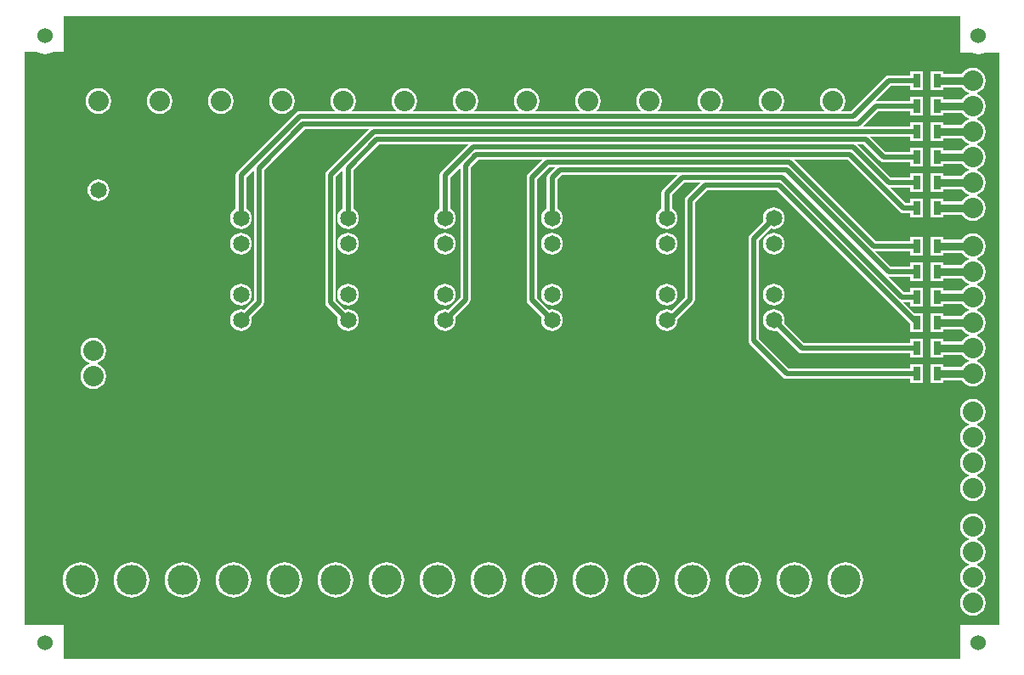
<source format=gbl>
G04 Layer_Physical_Order=2*
G04 Layer_Color=16711680*
%FSLAX25Y25*%
%MOIN*%
G70*
G01*
G75*
%ADD18R,0.03150X0.05512*%
%ADD20C,0.02000*%
%ADD21C,0.03000*%
%ADD26C,0.06500*%
%ADD27C,0.08000*%
%ADD28C,0.11811*%
%ADD29C,0.06000*%
%ADD30C,0.05000*%
G36*
X477000Y458000D02*
X481471Y458000D01*
X481521Y457973D01*
X482860Y457567D01*
X484252Y457430D01*
X485644Y457567D01*
X486983Y457973D01*
X487033Y458000D01*
X492500Y458000D01*
Y233515D01*
X484252D01*
X484252Y233515D01*
X484252Y233515D01*
X477000D01*
X477000Y220000D01*
X125500D01*
Y233500D01*
X125485Y233515D01*
X110000D01*
Y458189D01*
X114976D01*
X115379Y457973D01*
X116718Y457567D01*
X118110Y457430D01*
X119502Y457567D01*
X120841Y457973D01*
X121245Y458189D01*
X125500D01*
X125484Y472500D01*
X477000D01*
X477000Y458000D01*
D02*
G37*
%LPC*%
G36*
X372000Y257939D02*
X370646Y257806D01*
X369345Y257411D01*
X368145Y256769D01*
X367093Y255907D01*
X366231Y254855D01*
X365589Y253655D01*
X365194Y252354D01*
X365061Y251000D01*
X365194Y249646D01*
X365589Y248345D01*
X366231Y247145D01*
X367093Y246093D01*
X368145Y245231D01*
X369345Y244589D01*
X370646Y244194D01*
X372000Y244061D01*
X373354Y244194D01*
X374655Y244589D01*
X375855Y245231D01*
X376907Y246093D01*
X377769Y247145D01*
X378411Y248345D01*
X378806Y249646D01*
X378939Y251000D01*
X378806Y252354D01*
X378411Y253655D01*
X377769Y254855D01*
X376907Y255907D01*
X375855Y256769D01*
X374655Y257411D01*
X373354Y257806D01*
X372000Y257939D01*
D02*
G37*
G36*
X392000D02*
X390646Y257806D01*
X389345Y257411D01*
X388145Y256769D01*
X387093Y255907D01*
X386230Y254855D01*
X385589Y253655D01*
X385194Y252354D01*
X385061Y251000D01*
X385194Y249646D01*
X385589Y248345D01*
X386230Y247145D01*
X387093Y246093D01*
X388145Y245231D01*
X389345Y244589D01*
X390646Y244194D01*
X392000Y244061D01*
X393354Y244194D01*
X394655Y244589D01*
X395855Y245231D01*
X396907Y246093D01*
X397769Y247145D01*
X398411Y248345D01*
X398806Y249646D01*
X398939Y251000D01*
X398806Y252354D01*
X398411Y253655D01*
X397769Y254855D01*
X396907Y255907D01*
X395855Y256769D01*
X394655Y257411D01*
X393354Y257806D01*
X392000Y257939D01*
D02*
G37*
G36*
X352000D02*
X350646Y257806D01*
X349345Y257411D01*
X348145Y256769D01*
X347093Y255907D01*
X346231Y254855D01*
X345589Y253655D01*
X345194Y252354D01*
X345061Y251000D01*
X345194Y249646D01*
X345589Y248345D01*
X346231Y247145D01*
X347093Y246093D01*
X348145Y245231D01*
X349345Y244589D01*
X350646Y244194D01*
X352000Y244061D01*
X353354Y244194D01*
X354655Y244589D01*
X355855Y245231D01*
X356907Y246093D01*
X357769Y247145D01*
X358411Y248345D01*
X358806Y249646D01*
X358939Y251000D01*
X358806Y252354D01*
X358411Y253655D01*
X357769Y254855D01*
X356907Y255907D01*
X355855Y256769D01*
X354655Y257411D01*
X353354Y257806D01*
X352000Y257939D01*
D02*
G37*
G36*
X312000D02*
X310646Y257806D01*
X309345Y257411D01*
X308145Y256769D01*
X307093Y255907D01*
X306230Y254855D01*
X305589Y253655D01*
X305194Y252354D01*
X305061Y251000D01*
X305194Y249646D01*
X305589Y248345D01*
X306230Y247145D01*
X307093Y246093D01*
X308145Y245231D01*
X309345Y244589D01*
X310646Y244194D01*
X312000Y244061D01*
X313354Y244194D01*
X314655Y244589D01*
X315855Y245231D01*
X316907Y246093D01*
X317770Y247145D01*
X318411Y248345D01*
X318806Y249646D01*
X318939Y251000D01*
X318806Y252354D01*
X318411Y253655D01*
X317770Y254855D01*
X316907Y255907D01*
X315855Y256769D01*
X314655Y257411D01*
X313354Y257806D01*
X312000Y257939D01*
D02*
G37*
G36*
X332000D02*
X330646Y257806D01*
X329345Y257411D01*
X328145Y256769D01*
X327093Y255907D01*
X326231Y254855D01*
X325589Y253655D01*
X325194Y252354D01*
X325061Y251000D01*
X325194Y249646D01*
X325589Y248345D01*
X326231Y247145D01*
X327093Y246093D01*
X328145Y245231D01*
X329345Y244589D01*
X330646Y244194D01*
X332000Y244061D01*
X333354Y244194D01*
X334655Y244589D01*
X335855Y245231D01*
X336907Y246093D01*
X337770Y247145D01*
X338411Y248345D01*
X338806Y249646D01*
X338939Y251000D01*
X338806Y252354D01*
X338411Y253655D01*
X337770Y254855D01*
X336907Y255907D01*
X335855Y256769D01*
X334655Y257411D01*
X333354Y257806D01*
X332000Y257939D01*
D02*
G37*
G36*
X137000Y346043D02*
X135695Y345871D01*
X134478Y345368D01*
X133434Y344566D01*
X132633Y343522D01*
X132129Y342305D01*
X131957Y341000D01*
X132129Y339695D01*
X132633Y338478D01*
X133434Y337434D01*
X134478Y336632D01*
X135695Y336129D01*
X136672Y336000D01*
X135695Y335871D01*
X134478Y335367D01*
X133434Y334566D01*
X132633Y333522D01*
X132129Y332305D01*
X131957Y331000D01*
X132129Y329695D01*
X132633Y328478D01*
X133434Y327434D01*
X134478Y326632D01*
X135695Y326129D01*
X137000Y325957D01*
X138305Y326129D01*
X139522Y326632D01*
X140566Y327434D01*
X141367Y328478D01*
X141871Y329695D01*
X142043Y331000D01*
X141871Y332305D01*
X141367Y333522D01*
X140566Y334566D01*
X139522Y335367D01*
X138305Y335871D01*
X137328Y336000D01*
X138305Y336129D01*
X139522Y336632D01*
X140566Y337434D01*
X141367Y338478D01*
X141871Y339695D01*
X142043Y341000D01*
X141871Y342305D01*
X141367Y343522D01*
X140566Y344566D01*
X139522Y345368D01*
X138305Y345871D01*
X137000Y346043D01*
D02*
G37*
G36*
X403949Y357287D02*
X402839Y357141D01*
X401805Y356712D01*
X400918Y356031D01*
X400237Y355143D01*
X399808Y354110D01*
X399662Y353000D01*
X399808Y351890D01*
X400237Y350857D01*
X400918Y349969D01*
X401805Y349288D01*
X402839Y348859D01*
X403949Y348713D01*
X405058Y348859D01*
X405162Y348903D01*
X413507Y340558D01*
X414169Y340116D01*
X414949Y339961D01*
X457425D01*
Y338244D01*
X462575D01*
Y345756D01*
X457425D01*
Y344039D01*
X415794D01*
X408046Y351786D01*
X408089Y351890D01*
X408236Y353000D01*
X408089Y354110D01*
X407661Y355143D01*
X406980Y356031D01*
X406092Y356712D01*
X405058Y357141D01*
X403949Y357287D01*
D02*
G37*
G36*
X482000Y322043D02*
X480695Y321871D01*
X479478Y321368D01*
X478434Y320566D01*
X477633Y319522D01*
X477129Y318305D01*
X476957Y317000D01*
X477129Y315695D01*
X477633Y314478D01*
X478434Y313434D01*
X479478Y312632D01*
X480695Y312129D01*
X481672Y312000D01*
X480695Y311871D01*
X479478Y311368D01*
X478434Y310566D01*
X477633Y309522D01*
X477129Y308305D01*
X476957Y307000D01*
X477129Y305695D01*
X477633Y304478D01*
X478434Y303434D01*
X479478Y302632D01*
X480695Y302129D01*
X481672Y302000D01*
X480695Y301871D01*
X479478Y301367D01*
X478434Y300566D01*
X477633Y299522D01*
X477129Y298305D01*
X476957Y297000D01*
X477129Y295695D01*
X477633Y294478D01*
X478434Y293434D01*
X479478Y292633D01*
X480695Y292129D01*
X481672Y292000D01*
X480695Y291871D01*
X479478Y291368D01*
X478434Y290566D01*
X477633Y289522D01*
X477129Y288305D01*
X476957Y287000D01*
X477129Y285695D01*
X477633Y284478D01*
X478434Y283434D01*
X479478Y282632D01*
X480695Y282129D01*
X482000Y281957D01*
X483305Y282129D01*
X484522Y282632D01*
X485566Y283434D01*
X486368Y284478D01*
X486871Y285695D01*
X487043Y287000D01*
X486871Y288305D01*
X486368Y289522D01*
X485566Y290566D01*
X484522Y291368D01*
X483305Y291871D01*
X482328Y292000D01*
X483305Y292129D01*
X484522Y292633D01*
X485566Y293434D01*
X486368Y294478D01*
X486871Y295695D01*
X487043Y297000D01*
X486871Y298305D01*
X486368Y299522D01*
X485566Y300566D01*
X484522Y301367D01*
X483305Y301871D01*
X482328Y302000D01*
X483305Y302129D01*
X484522Y302632D01*
X485566Y303434D01*
X486368Y304478D01*
X486871Y305695D01*
X487043Y307000D01*
X486871Y308305D01*
X486368Y309522D01*
X485566Y310566D01*
X484522Y311368D01*
X483305Y311871D01*
X482328Y312000D01*
X483305Y312129D01*
X484522Y312632D01*
X485566Y313434D01*
X486368Y314478D01*
X486871Y315695D01*
X487043Y317000D01*
X486871Y318305D01*
X486368Y319522D01*
X485566Y320566D01*
X484522Y321368D01*
X483305Y321871D01*
X482000Y322043D01*
D02*
G37*
G36*
X412000Y257939D02*
X410646Y257806D01*
X409345Y257411D01*
X408145Y256769D01*
X407093Y255907D01*
X406230Y254855D01*
X405589Y253655D01*
X405194Y252354D01*
X405061Y251000D01*
X405194Y249646D01*
X405589Y248345D01*
X406230Y247145D01*
X407093Y246093D01*
X408145Y245231D01*
X409345Y244589D01*
X410646Y244194D01*
X412000Y244061D01*
X413354Y244194D01*
X414655Y244589D01*
X415855Y245231D01*
X416907Y246093D01*
X417769Y247145D01*
X418411Y248345D01*
X418806Y249646D01*
X418939Y251000D01*
X418806Y252354D01*
X418411Y253655D01*
X417769Y254855D01*
X416907Y255907D01*
X415855Y256769D01*
X414655Y257411D01*
X413354Y257806D01*
X412000Y257939D01*
D02*
G37*
G36*
X432000D02*
X430646Y257806D01*
X429345Y257411D01*
X428145Y256769D01*
X427093Y255907D01*
X426230Y254855D01*
X425589Y253655D01*
X425194Y252354D01*
X425061Y251000D01*
X425194Y249646D01*
X425589Y248345D01*
X426230Y247145D01*
X427093Y246093D01*
X428145Y245231D01*
X429345Y244589D01*
X430646Y244194D01*
X432000Y244061D01*
X433354Y244194D01*
X434655Y244589D01*
X435855Y245231D01*
X436907Y246093D01*
X437770Y247145D01*
X438411Y248345D01*
X438806Y249646D01*
X438939Y251000D01*
X438806Y252354D01*
X438411Y253655D01*
X437770Y254855D01*
X436907Y255907D01*
X435855Y256769D01*
X434655Y257411D01*
X433354Y257806D01*
X432000Y257939D01*
D02*
G37*
G36*
X172000D02*
X170646Y257806D01*
X169345Y257411D01*
X168145Y256769D01*
X167093Y255907D01*
X166230Y254855D01*
X165589Y253655D01*
X165194Y252354D01*
X165061Y251000D01*
X165194Y249646D01*
X165589Y248345D01*
X166230Y247145D01*
X167093Y246093D01*
X168145Y245231D01*
X169345Y244589D01*
X170646Y244194D01*
X172000Y244061D01*
X173354Y244194D01*
X174655Y244589D01*
X175855Y245231D01*
X176907Y246093D01*
X177769Y247145D01*
X178411Y248345D01*
X178806Y249646D01*
X178939Y251000D01*
X178806Y252354D01*
X178411Y253655D01*
X177769Y254855D01*
X176907Y255907D01*
X175855Y256769D01*
X174655Y257411D01*
X173354Y257806D01*
X172000Y257939D01*
D02*
G37*
G36*
X192000D02*
X190646Y257806D01*
X189345Y257411D01*
X188145Y256769D01*
X187093Y255907D01*
X186231Y254855D01*
X185589Y253655D01*
X185194Y252354D01*
X185061Y251000D01*
X185194Y249646D01*
X185589Y248345D01*
X186231Y247145D01*
X187093Y246093D01*
X188145Y245231D01*
X189345Y244589D01*
X190646Y244194D01*
X192000Y244061D01*
X193354Y244194D01*
X194655Y244589D01*
X195855Y245231D01*
X196907Y246093D01*
X197769Y247145D01*
X198411Y248345D01*
X198806Y249646D01*
X198939Y251000D01*
X198806Y252354D01*
X198411Y253655D01*
X197769Y254855D01*
X196907Y255907D01*
X195855Y256769D01*
X194655Y257411D01*
X193354Y257806D01*
X192000Y257939D01*
D02*
G37*
G36*
X152000D02*
X150646Y257806D01*
X149345Y257411D01*
X148145Y256769D01*
X147093Y255907D01*
X146230Y254855D01*
X145589Y253655D01*
X145194Y252354D01*
X145061Y251000D01*
X145194Y249646D01*
X145589Y248345D01*
X146230Y247145D01*
X147093Y246093D01*
X148145Y245231D01*
X149345Y244589D01*
X150646Y244194D01*
X152000Y244061D01*
X153354Y244194D01*
X154655Y244589D01*
X155855Y245231D01*
X156907Y246093D01*
X157770Y247145D01*
X158411Y248345D01*
X158806Y249646D01*
X158939Y251000D01*
X158806Y252354D01*
X158411Y253655D01*
X157770Y254855D01*
X156907Y255907D01*
X155855Y256769D01*
X154655Y257411D01*
X153354Y257806D01*
X152000Y257939D01*
D02*
G37*
G36*
X482000Y277043D02*
X480695Y276871D01*
X479478Y276367D01*
X478434Y275566D01*
X477633Y274522D01*
X477129Y273305D01*
X476957Y272000D01*
X477129Y270695D01*
X477633Y269478D01*
X478434Y268434D01*
X479478Y267633D01*
X480695Y267129D01*
X481672Y267000D01*
X480695Y266871D01*
X479478Y266368D01*
X478434Y265566D01*
X477633Y264522D01*
X477129Y263305D01*
X476957Y262000D01*
X477129Y260695D01*
X477633Y259478D01*
X478434Y258434D01*
X479478Y257632D01*
X480695Y257129D01*
X481672Y257000D01*
X480695Y256871D01*
X479478Y256367D01*
X478434Y255566D01*
X477633Y254522D01*
X477129Y253305D01*
X476957Y252000D01*
X477129Y250695D01*
X477633Y249478D01*
X478434Y248434D01*
X479478Y247633D01*
X480695Y247129D01*
X481672Y247000D01*
X480695Y246871D01*
X479478Y246368D01*
X478434Y245566D01*
X477633Y244522D01*
X477129Y243305D01*
X476957Y242000D01*
X477129Y240695D01*
X477633Y239478D01*
X478434Y238434D01*
X479478Y237632D01*
X480695Y237129D01*
X482000Y236957D01*
X483305Y237129D01*
X484522Y237632D01*
X485566Y238434D01*
X486368Y239478D01*
X486871Y240695D01*
X487043Y242000D01*
X486871Y243305D01*
X486368Y244522D01*
X485566Y245566D01*
X484522Y246368D01*
X483305Y246871D01*
X482328Y247000D01*
X483305Y247129D01*
X484522Y247633D01*
X485566Y248434D01*
X486368Y249478D01*
X486871Y250695D01*
X487043Y252000D01*
X486871Y253305D01*
X486368Y254522D01*
X485566Y255566D01*
X484522Y256367D01*
X483305Y256871D01*
X482328Y257000D01*
X483305Y257129D01*
X484522Y257632D01*
X485566Y258434D01*
X486368Y259478D01*
X486871Y260695D01*
X487043Y262000D01*
X486871Y263305D01*
X486368Y264522D01*
X485566Y265566D01*
X484522Y266368D01*
X483305Y266871D01*
X482328Y267000D01*
X483305Y267129D01*
X484522Y267633D01*
X485566Y268434D01*
X486368Y269478D01*
X486871Y270695D01*
X487043Y272000D01*
X486871Y273305D01*
X486368Y274522D01*
X485566Y275566D01*
X484522Y276367D01*
X483305Y276871D01*
X482000Y277043D01*
D02*
G37*
G36*
X132000Y257939D02*
X130646Y257806D01*
X129345Y257411D01*
X128145Y256769D01*
X127093Y255907D01*
X126231Y254855D01*
X125589Y253655D01*
X125194Y252354D01*
X125061Y251000D01*
X125194Y249646D01*
X125589Y248345D01*
X126231Y247145D01*
X127093Y246093D01*
X128145Y245231D01*
X129345Y244589D01*
X130646Y244194D01*
X132000Y244061D01*
X133354Y244194D01*
X134655Y244589D01*
X135855Y245231D01*
X136907Y246093D01*
X137769Y247145D01*
X138411Y248345D01*
X138806Y249646D01*
X138939Y251000D01*
X138806Y252354D01*
X138411Y253655D01*
X137769Y254855D01*
X136907Y255907D01*
X135855Y256769D01*
X134655Y257411D01*
X133354Y257806D01*
X132000Y257939D01*
D02*
G37*
G36*
X272000D02*
X270646Y257806D01*
X269345Y257411D01*
X268145Y256769D01*
X267093Y255907D01*
X266231Y254855D01*
X265589Y253655D01*
X265194Y252354D01*
X265061Y251000D01*
X265194Y249646D01*
X265589Y248345D01*
X266231Y247145D01*
X267093Y246093D01*
X268145Y245231D01*
X269345Y244589D01*
X270646Y244194D01*
X272000Y244061D01*
X273354Y244194D01*
X274655Y244589D01*
X275855Y245231D01*
X276907Y246093D01*
X277769Y247145D01*
X278411Y248345D01*
X278806Y249646D01*
X278939Y251000D01*
X278806Y252354D01*
X278411Y253655D01*
X277769Y254855D01*
X276907Y255907D01*
X275855Y256769D01*
X274655Y257411D01*
X273354Y257806D01*
X272000Y257939D01*
D02*
G37*
G36*
X292000D02*
X290646Y257806D01*
X289345Y257411D01*
X288145Y256769D01*
X287093Y255907D01*
X286230Y254855D01*
X285589Y253655D01*
X285194Y252354D01*
X285061Y251000D01*
X285194Y249646D01*
X285589Y248345D01*
X286230Y247145D01*
X287093Y246093D01*
X288145Y245231D01*
X289345Y244589D01*
X290646Y244194D01*
X292000Y244061D01*
X293354Y244194D01*
X294655Y244589D01*
X295855Y245231D01*
X296907Y246093D01*
X297769Y247145D01*
X298411Y248345D01*
X298806Y249646D01*
X298939Y251000D01*
X298806Y252354D01*
X298411Y253655D01*
X297769Y254855D01*
X296907Y255907D01*
X295855Y256769D01*
X294655Y257411D01*
X293354Y257806D01*
X292000Y257939D01*
D02*
G37*
G36*
X252000D02*
X250646Y257806D01*
X249345Y257411D01*
X248145Y256769D01*
X247093Y255907D01*
X246231Y254855D01*
X245589Y253655D01*
X245194Y252354D01*
X245061Y251000D01*
X245194Y249646D01*
X245589Y248345D01*
X246231Y247145D01*
X247093Y246093D01*
X248145Y245231D01*
X249345Y244589D01*
X250646Y244194D01*
X252000Y244061D01*
X253354Y244194D01*
X254655Y244589D01*
X255855Y245231D01*
X256907Y246093D01*
X257769Y247145D01*
X258411Y248345D01*
X258806Y249646D01*
X258939Y251000D01*
X258806Y252354D01*
X258411Y253655D01*
X257769Y254855D01*
X256907Y255907D01*
X255855Y256769D01*
X254655Y257411D01*
X253354Y257806D01*
X252000Y257939D01*
D02*
G37*
G36*
X212000D02*
X210646Y257806D01*
X209345Y257411D01*
X208145Y256769D01*
X207093Y255907D01*
X206230Y254855D01*
X205589Y253655D01*
X205194Y252354D01*
X205061Y251000D01*
X205194Y249646D01*
X205589Y248345D01*
X206230Y247145D01*
X207093Y246093D01*
X208145Y245231D01*
X209345Y244589D01*
X210646Y244194D01*
X212000Y244061D01*
X213354Y244194D01*
X214655Y244589D01*
X215855Y245231D01*
X216907Y246093D01*
X217770Y247145D01*
X218411Y248345D01*
X218806Y249646D01*
X218939Y251000D01*
X218806Y252354D01*
X218411Y253655D01*
X217770Y254855D01*
X216907Y255907D01*
X215855Y256769D01*
X214655Y257411D01*
X213354Y257806D01*
X212000Y257939D01*
D02*
G37*
G36*
X232000D02*
X230646Y257806D01*
X229345Y257411D01*
X228145Y256769D01*
X227093Y255907D01*
X226231Y254855D01*
X225589Y253655D01*
X225194Y252354D01*
X225061Y251000D01*
X225194Y249646D01*
X225589Y248345D01*
X226231Y247145D01*
X227093Y246093D01*
X228145Y245231D01*
X229345Y244589D01*
X230646Y244194D01*
X232000Y244061D01*
X233354Y244194D01*
X234655Y244589D01*
X235855Y245231D01*
X236907Y246093D01*
X237770Y247145D01*
X238411Y248345D01*
X238806Y249646D01*
X238939Y251000D01*
X238806Y252354D01*
X238411Y253655D01*
X237770Y254855D01*
X236907Y255907D01*
X235855Y256769D01*
X234655Y257411D01*
X233354Y257806D01*
X232000Y257939D01*
D02*
G37*
G36*
X194949Y367287D02*
X193839Y367141D01*
X192806Y366712D01*
X191918Y366031D01*
X191236Y365143D01*
X190808Y364109D01*
X190662Y363000D01*
X190808Y361891D01*
X191236Y360857D01*
X191918Y359969D01*
X192806Y359288D01*
X193839Y358859D01*
X194949Y358713D01*
X196058Y358859D01*
X197092Y359288D01*
X197980Y359969D01*
X198661Y360857D01*
X199089Y361891D01*
X199235Y363000D01*
X199089Y364109D01*
X198661Y365143D01*
X197980Y366031D01*
X197092Y366712D01*
X196058Y367141D01*
X194949Y367287D01*
D02*
G37*
G36*
X139000Y408287D02*
X137891Y408141D01*
X136857Y407712D01*
X135969Y407031D01*
X135288Y406143D01*
X134859Y405110D01*
X134713Y404000D01*
X134859Y402890D01*
X135288Y401857D01*
X135969Y400969D01*
X136857Y400288D01*
X137891Y399859D01*
X139000Y399713D01*
X140110Y399859D01*
X141143Y400288D01*
X142031Y400969D01*
X142712Y401857D01*
X143141Y402890D01*
X143287Y404000D01*
X143141Y405110D01*
X142712Y406143D01*
X142031Y407031D01*
X141143Y407712D01*
X140110Y408141D01*
X139000Y408287D01*
D02*
G37*
G36*
Y444043D02*
X137695Y443871D01*
X136478Y443367D01*
X135434Y442566D01*
X134633Y441522D01*
X134129Y440305D01*
X133957Y439000D01*
X134129Y437695D01*
X134633Y436478D01*
X135434Y435434D01*
X136478Y434632D01*
X137695Y434129D01*
X139000Y433957D01*
X140305Y434129D01*
X141522Y434632D01*
X142566Y435434D01*
X143368Y436478D01*
X143871Y437695D01*
X144043Y439000D01*
X143871Y440305D01*
X143368Y441522D01*
X142566Y442566D01*
X141522Y443367D01*
X140305Y443871D01*
X139000Y444043D01*
D02*
G37*
G36*
X403949Y397287D02*
X402839Y397141D01*
X401805Y396712D01*
X400918Y396031D01*
X400237Y395143D01*
X399808Y394110D01*
X399662Y393000D01*
X399808Y391891D01*
X399851Y391786D01*
X394558Y386493D01*
X394116Y385831D01*
X393961Y385051D01*
Y345000D01*
X394116Y344220D01*
X394558Y343558D01*
X407558Y330558D01*
X408220Y330116D01*
X409000Y329961D01*
X409000Y329961D01*
X457425D01*
Y328244D01*
X462575D01*
Y335756D01*
X457425D01*
Y334039D01*
X409845D01*
X398039Y345845D01*
Y384207D01*
X402735Y388902D01*
X402839Y388859D01*
X403949Y388713D01*
X405058Y388859D01*
X406092Y389288D01*
X406980Y389969D01*
X407661Y390857D01*
X408089Y391891D01*
X408236Y393000D01*
X408089Y394110D01*
X407661Y395143D01*
X406980Y396031D01*
X406092Y396712D01*
X405058Y397141D01*
X403949Y397287D01*
D02*
G37*
G36*
Y387287D02*
X402839Y387141D01*
X401805Y386712D01*
X400918Y386031D01*
X400237Y385143D01*
X399808Y384109D01*
X399662Y383000D01*
X399808Y381891D01*
X400237Y380857D01*
X400918Y379969D01*
X401805Y379288D01*
X402839Y378859D01*
X403949Y378713D01*
X405058Y378859D01*
X406092Y379288D01*
X406980Y379969D01*
X407661Y380857D01*
X408089Y381891D01*
X408236Y383000D01*
X408089Y384109D01*
X407661Y385143D01*
X406980Y386031D01*
X406092Y386712D01*
X405058Y387141D01*
X403949Y387287D01*
D02*
G37*
G36*
X482000Y387043D02*
X480695Y386871D01*
X479478Y386368D01*
X478434Y385566D01*
X477654Y384549D01*
X470575D01*
Y385756D01*
X465425D01*
Y378244D01*
X470575D01*
Y379451D01*
X477654D01*
X478434Y378434D01*
X479478Y377632D01*
X480695Y377129D01*
X481672Y377000D01*
X480695Y376871D01*
X479478Y376367D01*
X478434Y375566D01*
X477654Y374549D01*
X470575D01*
Y375756D01*
X465425D01*
Y368244D01*
X470575D01*
Y369451D01*
X477654D01*
X478434Y368434D01*
X479478Y367633D01*
X480695Y367129D01*
X481672Y367000D01*
X480695Y366871D01*
X479478Y366368D01*
X478434Y365566D01*
X477654Y364549D01*
X470575D01*
Y365756D01*
X465425D01*
Y358244D01*
X470575D01*
Y359451D01*
X477654D01*
X478434Y358434D01*
X479478Y357632D01*
X480695Y357129D01*
X481672Y357000D01*
X480695Y356871D01*
X479478Y356367D01*
X478434Y355566D01*
X477654Y354549D01*
X470575D01*
Y355756D01*
X465425D01*
Y348244D01*
X470575D01*
Y349451D01*
X477654D01*
X478434Y348434D01*
X479478Y347633D01*
X480695Y347129D01*
X481672Y347000D01*
X480695Y346871D01*
X479478Y346368D01*
X478434Y345566D01*
X477654Y344549D01*
X470575D01*
Y345756D01*
X465425D01*
Y338244D01*
X470575D01*
Y339451D01*
X477654D01*
X478434Y338434D01*
X479478Y337632D01*
X480695Y337129D01*
X481672Y337000D01*
X480695Y336871D01*
X479478Y336368D01*
X478434Y335566D01*
X477654Y334549D01*
X470575D01*
Y335756D01*
X465425D01*
Y328244D01*
X470575D01*
Y329451D01*
X477654D01*
X478434Y328434D01*
X479478Y327632D01*
X480695Y327129D01*
X482000Y326957D01*
X483305Y327129D01*
X484522Y327632D01*
X485566Y328434D01*
X486368Y329478D01*
X486871Y330695D01*
X487043Y332000D01*
X486871Y333305D01*
X486368Y334522D01*
X485566Y335566D01*
X484522Y336368D01*
X483305Y336871D01*
X482328Y337000D01*
X483305Y337129D01*
X484522Y337632D01*
X485566Y338434D01*
X486368Y339478D01*
X486871Y340695D01*
X487043Y342000D01*
X486871Y343305D01*
X486368Y344522D01*
X485566Y345566D01*
X484522Y346368D01*
X483305Y346871D01*
X482328Y347000D01*
X483305Y347129D01*
X484522Y347633D01*
X485566Y348434D01*
X486368Y349478D01*
X486871Y350695D01*
X487043Y352000D01*
X486871Y353305D01*
X486368Y354522D01*
X485566Y355566D01*
X484522Y356367D01*
X483305Y356871D01*
X482328Y357000D01*
X483305Y357129D01*
X484522Y357632D01*
X485566Y358434D01*
X486368Y359478D01*
X486871Y360695D01*
X487043Y362000D01*
X486871Y363305D01*
X486368Y364522D01*
X485566Y365566D01*
X484522Y366368D01*
X483305Y366871D01*
X482328Y367000D01*
X483305Y367129D01*
X484522Y367633D01*
X485566Y368434D01*
X486368Y369478D01*
X486871Y370695D01*
X487043Y372000D01*
X486871Y373305D01*
X486368Y374522D01*
X485566Y375566D01*
X484522Y376367D01*
X483305Y376871D01*
X482328Y377000D01*
X483305Y377129D01*
X484522Y377632D01*
X485566Y378434D01*
X486368Y379478D01*
X486871Y380695D01*
X487043Y382000D01*
X486871Y383305D01*
X486368Y384522D01*
X485566Y385566D01*
X484522Y386368D01*
X483305Y386871D01*
X482000Y387043D01*
D02*
G37*
G36*
X462575Y450756D02*
X457425D01*
Y449039D01*
X449000D01*
X448220Y448884D01*
X447558Y448442D01*
X434155Y435039D01*
X430052D01*
X430566Y435434D01*
X431367Y436478D01*
X431871Y437695D01*
X432043Y439000D01*
X431871Y440305D01*
X431367Y441522D01*
X430566Y442566D01*
X429522Y443367D01*
X428305Y443871D01*
X427000Y444043D01*
X425695Y443871D01*
X424478Y443367D01*
X423434Y442566D01*
X422633Y441522D01*
X422129Y440305D01*
X421957Y439000D01*
X422129Y437695D01*
X422633Y436478D01*
X423434Y435434D01*
X423948Y435039D01*
X406051D01*
X406566Y435434D01*
X407368Y436478D01*
X407871Y437695D01*
X408043Y439000D01*
X407871Y440305D01*
X407368Y441522D01*
X406566Y442566D01*
X405522Y443367D01*
X404305Y443871D01*
X403000Y444043D01*
X401695Y443871D01*
X400478Y443367D01*
X399434Y442566D01*
X398633Y441522D01*
X398129Y440305D01*
X397957Y439000D01*
X398129Y437695D01*
X398633Y436478D01*
X399434Y435434D01*
X399949Y435039D01*
X382051D01*
X382566Y435434D01*
X383367Y436478D01*
X383871Y437695D01*
X384043Y439000D01*
X383871Y440305D01*
X383367Y441522D01*
X382566Y442566D01*
X381522Y443367D01*
X380305Y443871D01*
X379000Y444043D01*
X377695Y443871D01*
X376478Y443367D01*
X375434Y442566D01*
X374633Y441522D01*
X374129Y440305D01*
X373957Y439000D01*
X374129Y437695D01*
X374633Y436478D01*
X375434Y435434D01*
X375949Y435039D01*
X358051D01*
X358566Y435434D01*
X359367Y436478D01*
X359871Y437695D01*
X360043Y439000D01*
X359871Y440305D01*
X359367Y441522D01*
X358566Y442566D01*
X357522Y443367D01*
X356305Y443871D01*
X355000Y444043D01*
X353695Y443871D01*
X352478Y443367D01*
X351434Y442566D01*
X350633Y441522D01*
X350129Y440305D01*
X349957Y439000D01*
X350129Y437695D01*
X350633Y436478D01*
X351434Y435434D01*
X351948Y435039D01*
X334051D01*
X334566Y435434D01*
X335367Y436478D01*
X335871Y437695D01*
X336043Y439000D01*
X335871Y440305D01*
X335367Y441522D01*
X334566Y442566D01*
X333522Y443367D01*
X332305Y443871D01*
X331000Y444043D01*
X329695Y443871D01*
X328478Y443367D01*
X327434Y442566D01*
X326632Y441522D01*
X326129Y440305D01*
X325957Y439000D01*
X326129Y437695D01*
X326632Y436478D01*
X327434Y435434D01*
X327948Y435039D01*
X310051D01*
X310566Y435434D01*
X311368Y436478D01*
X311871Y437695D01*
X312043Y439000D01*
X311871Y440305D01*
X311368Y441522D01*
X310566Y442566D01*
X309522Y443367D01*
X308305Y443871D01*
X307000Y444043D01*
X305695Y443871D01*
X304478Y443367D01*
X303434Y442566D01*
X302632Y441522D01*
X302129Y440305D01*
X301957Y439000D01*
X302129Y437695D01*
X302632Y436478D01*
X303434Y435434D01*
X303948Y435039D01*
X286052D01*
X286566Y435434D01*
X287368Y436478D01*
X287871Y437695D01*
X288043Y439000D01*
X287871Y440305D01*
X287368Y441522D01*
X286566Y442566D01*
X285522Y443367D01*
X284305Y443871D01*
X283000Y444043D01*
X281695Y443871D01*
X280478Y443367D01*
X279434Y442566D01*
X278632Y441522D01*
X278129Y440305D01*
X277957Y439000D01*
X278129Y437695D01*
X278632Y436478D01*
X279434Y435434D01*
X279948Y435039D01*
X262052D01*
X262566Y435434D01*
X263368Y436478D01*
X263871Y437695D01*
X264043Y439000D01*
X263871Y440305D01*
X263368Y441522D01*
X262566Y442566D01*
X261522Y443367D01*
X260305Y443871D01*
X259000Y444043D01*
X257695Y443871D01*
X256478Y443367D01*
X255434Y442566D01*
X254632Y441522D01*
X254129Y440305D01*
X253957Y439000D01*
X254129Y437695D01*
X254632Y436478D01*
X255434Y435434D01*
X255948Y435039D01*
X238052D01*
X238566Y435434D01*
X239368Y436478D01*
X239871Y437695D01*
X240043Y439000D01*
X239871Y440305D01*
X239368Y441522D01*
X238566Y442566D01*
X237522Y443367D01*
X236305Y443871D01*
X235000Y444043D01*
X233695Y443871D01*
X232478Y443367D01*
X231434Y442566D01*
X230632Y441522D01*
X230129Y440305D01*
X229957Y439000D01*
X230129Y437695D01*
X230632Y436478D01*
X231434Y435434D01*
X231948Y435039D01*
X218000D01*
X217220Y434884D01*
X216558Y434442D01*
X193507Y411391D01*
X193065Y410729D01*
X192910Y409949D01*
Y396756D01*
X192806Y396712D01*
X191918Y396031D01*
X191236Y395143D01*
X190808Y394110D01*
X190662Y393000D01*
X190808Y391891D01*
X191236Y390857D01*
X191918Y389969D01*
X192806Y389288D01*
X193839Y388859D01*
X194949Y388713D01*
X196058Y388859D01*
X197092Y389288D01*
X197980Y389969D01*
X198661Y390857D01*
X199089Y391891D01*
X199235Y393000D01*
X199089Y394110D01*
X198661Y395143D01*
X197980Y396031D01*
X197092Y396712D01*
X196988Y396756D01*
Y409104D01*
X199961Y412077D01*
Y360896D01*
X196162Y357098D01*
X196058Y357141D01*
X194949Y357287D01*
X193839Y357141D01*
X192806Y356712D01*
X191918Y356031D01*
X191236Y355143D01*
X190808Y354110D01*
X190662Y353000D01*
X190808Y351890D01*
X191236Y350857D01*
X191918Y349969D01*
X192806Y349288D01*
X193839Y348859D01*
X194949Y348713D01*
X196058Y348859D01*
X197092Y349288D01*
X197980Y349969D01*
X198661Y350857D01*
X199089Y351890D01*
X199235Y353000D01*
X199089Y354110D01*
X199046Y354214D01*
X203442Y358609D01*
X203442Y358609D01*
X203707Y359006D01*
X203884Y359271D01*
X204039Y360051D01*
Y411913D01*
X220087Y427961D01*
X245077D01*
X228558Y411442D01*
X228116Y410780D01*
X227961Y410000D01*
Y359949D01*
X228116Y359169D01*
X228558Y358507D01*
X232851Y354214D01*
X232808Y354110D01*
X232662Y353000D01*
X232808Y351890D01*
X233237Y350857D01*
X233918Y349969D01*
X234805Y349288D01*
X235839Y348859D01*
X236949Y348713D01*
X238058Y348859D01*
X239092Y349288D01*
X239980Y349969D01*
X240661Y350857D01*
X241089Y351890D01*
X241235Y353000D01*
X241089Y354110D01*
X240661Y355143D01*
X239980Y356031D01*
X239092Y356712D01*
X238058Y357141D01*
X236949Y357287D01*
X235839Y357141D01*
X235735Y357098D01*
X232039Y360793D01*
Y409155D01*
X234910Y412026D01*
Y396756D01*
X234805Y396712D01*
X233918Y396031D01*
X233237Y395143D01*
X232808Y394110D01*
X232662Y393000D01*
X232808Y391891D01*
X233237Y390857D01*
X233918Y389969D01*
X234805Y389288D01*
X235839Y388859D01*
X236949Y388713D01*
X238058Y388859D01*
X239092Y389288D01*
X239980Y389969D01*
X240661Y390857D01*
X241089Y391891D01*
X241235Y393000D01*
X241089Y394110D01*
X240661Y395143D01*
X239980Y396031D01*
X239092Y396712D01*
X238988Y396756D01*
Y411862D01*
X249087Y421961D01*
X284077D01*
X273507Y411391D01*
X273065Y410729D01*
X272910Y409949D01*
Y396756D01*
X272806Y396712D01*
X271918Y396031D01*
X271236Y395143D01*
X270808Y394110D01*
X270662Y393000D01*
X270808Y391891D01*
X271236Y390857D01*
X271918Y389969D01*
X272806Y389288D01*
X273839Y388859D01*
X274949Y388713D01*
X276058Y388859D01*
X277092Y389288D01*
X277980Y389969D01*
X278661Y390857D01*
X279089Y391891D01*
X279236Y393000D01*
X279089Y394110D01*
X278661Y395143D01*
X277980Y396031D01*
X277092Y396712D01*
X276988Y396756D01*
Y409104D01*
X280961Y413077D01*
Y361896D01*
X276162Y357098D01*
X276058Y357141D01*
X274949Y357287D01*
X273839Y357141D01*
X272806Y356712D01*
X271918Y356031D01*
X271236Y355143D01*
X270808Y354110D01*
X270662Y353000D01*
X270808Y351890D01*
X271236Y350857D01*
X271918Y349969D01*
X272806Y349288D01*
X273839Y348859D01*
X274949Y348713D01*
X276058Y348859D01*
X277092Y349288D01*
X277980Y349969D01*
X278661Y350857D01*
X279089Y351890D01*
X279236Y353000D01*
X279089Y354110D01*
X279046Y354214D01*
X284442Y359609D01*
X284884Y360271D01*
X285039Y361051D01*
Y412913D01*
X288087Y415961D01*
X313077D01*
X307558Y410442D01*
X307116Y409780D01*
X306961Y409000D01*
Y360949D01*
X307116Y360169D01*
X307558Y359507D01*
X312851Y354214D01*
X312808Y354110D01*
X312662Y353000D01*
X312808Y351890D01*
X313236Y350857D01*
X313918Y349969D01*
X314806Y349288D01*
X315839Y348859D01*
X316949Y348713D01*
X318058Y348859D01*
X319092Y349288D01*
X319980Y349969D01*
X320661Y350857D01*
X321089Y351890D01*
X321235Y353000D01*
X321089Y354110D01*
X320661Y355143D01*
X319980Y356031D01*
X319092Y356712D01*
X318058Y357141D01*
X316949Y357287D01*
X315839Y357141D01*
X315735Y357098D01*
X311039Y361793D01*
Y408155D01*
X315845Y412961D01*
X318077D01*
X315507Y410391D01*
X315065Y409729D01*
X314910Y408949D01*
Y396756D01*
X314806Y396712D01*
X313918Y396031D01*
X313236Y395143D01*
X312808Y394110D01*
X312662Y393000D01*
X312808Y391891D01*
X313236Y390857D01*
X313918Y389969D01*
X314806Y389288D01*
X315839Y388859D01*
X316949Y388713D01*
X318058Y388859D01*
X319092Y389288D01*
X319980Y389969D01*
X320661Y390857D01*
X321089Y391891D01*
X321235Y393000D01*
X321089Y394110D01*
X320661Y395143D01*
X319980Y396031D01*
X319092Y396712D01*
X318988Y396756D01*
Y408104D01*
X320845Y409961D01*
X366077D01*
X360507Y404391D01*
X360065Y403729D01*
X359910Y402949D01*
Y396756D01*
X359805Y396712D01*
X358918Y396031D01*
X358237Y395143D01*
X357808Y394110D01*
X357662Y393000D01*
X357808Y391891D01*
X358237Y390857D01*
X358918Y389969D01*
X359805Y389288D01*
X360839Y388859D01*
X361949Y388713D01*
X363058Y388859D01*
X364092Y389288D01*
X364980Y389969D01*
X365661Y390857D01*
X366089Y391891D01*
X366235Y393000D01*
X366089Y394110D01*
X365661Y395143D01*
X364980Y396031D01*
X364092Y396712D01*
X363988Y396756D01*
Y402104D01*
X368845Y406961D01*
X375077D01*
X369558Y401442D01*
X369116Y400780D01*
X368961Y400000D01*
Y361845D01*
X363906Y356790D01*
X363058Y357141D01*
X361949Y357287D01*
X360839Y357141D01*
X359805Y356712D01*
X358918Y356031D01*
X358237Y355143D01*
X357808Y354110D01*
X357662Y353000D01*
X357808Y351890D01*
X358237Y350857D01*
X358918Y349969D01*
X359805Y349288D01*
X360839Y348859D01*
X361949Y348713D01*
X363058Y348859D01*
X364092Y349288D01*
X364980Y349969D01*
X365661Y350857D01*
X366089Y351890D01*
X366235Y353000D01*
X366195Y353311D01*
X372442Y359558D01*
X372884Y360220D01*
X373039Y361000D01*
Y399155D01*
X377845Y403961D01*
X405155D01*
X457425Y351691D01*
Y348244D01*
X462575D01*
Y355756D01*
X459128D01*
X454923Y359961D01*
X457425D01*
Y358244D01*
X462575D01*
Y365756D01*
X457425D01*
Y364039D01*
X455087D01*
X449166Y369961D01*
X457425D01*
Y368244D01*
X462575D01*
Y375756D01*
X457425D01*
Y374039D01*
X449845D01*
X443923Y379961D01*
X457425D01*
Y378244D01*
X462575D01*
Y385756D01*
X457425D01*
Y384039D01*
X444087D01*
X412166Y415961D01*
X432913D01*
X453315Y395558D01*
X453315Y395558D01*
X453712Y395293D01*
X453977Y395116D01*
X454757Y394961D01*
X457425D01*
Y393244D01*
X462575D01*
Y400756D01*
X457425D01*
Y399039D01*
X455602D01*
X449680Y404961D01*
X457425D01*
Y403244D01*
X462575D01*
Y410756D01*
X457425D01*
Y409039D01*
X449845D01*
X436923Y421961D01*
X439155D01*
X445558Y415558D01*
X445558Y415558D01*
X445955Y415293D01*
X446220Y415116D01*
X447000Y414961D01*
X457425D01*
Y413244D01*
X462575D01*
Y420756D01*
X457425D01*
Y419039D01*
X447845D01*
X441923Y424961D01*
X457425D01*
Y423244D01*
X462575D01*
Y430756D01*
X457425D01*
Y429039D01*
X438923D01*
X444845Y434961D01*
X457425D01*
Y433244D01*
X462575D01*
Y440756D01*
X457425D01*
Y439039D01*
X444000D01*
X443904Y439020D01*
X449845Y444961D01*
X457425D01*
Y443244D01*
X462575D01*
Y450756D01*
D02*
G37*
G36*
X482000Y452043D02*
X480695Y451871D01*
X479478Y451368D01*
X478434Y450566D01*
X477654Y449549D01*
X470575D01*
Y450756D01*
X465425D01*
Y443244D01*
X470575D01*
Y444451D01*
X477654D01*
X478434Y443434D01*
X479478Y442632D01*
X480695Y442129D01*
X481672Y442000D01*
X480695Y441871D01*
X479478Y441367D01*
X478434Y440566D01*
X477654Y439549D01*
X470575D01*
Y440756D01*
X465425D01*
Y433244D01*
X470575D01*
Y434451D01*
X477654D01*
X478434Y433434D01*
X479478Y432632D01*
X480695Y432129D01*
X481672Y432000D01*
X480695Y431871D01*
X479478Y431367D01*
X478434Y430566D01*
X477654Y429549D01*
X470575D01*
Y430756D01*
X465425D01*
Y423244D01*
X470575D01*
Y424451D01*
X477654D01*
X478434Y423434D01*
X479478Y422633D01*
X480695Y422129D01*
X481672Y422000D01*
X480695Y421871D01*
X479478Y421368D01*
X478434Y420566D01*
X477654Y419549D01*
X470575D01*
Y420756D01*
X465425D01*
Y413244D01*
X470575D01*
Y414451D01*
X477654D01*
X478434Y413434D01*
X479478Y412633D01*
X480695Y412129D01*
X481672Y412000D01*
X480695Y411871D01*
X479478Y411368D01*
X478434Y410566D01*
X477654Y409549D01*
X470575D01*
Y410756D01*
X465425D01*
Y403244D01*
X470575D01*
Y404451D01*
X477654D01*
X478434Y403434D01*
X479478Y402633D01*
X480695Y402129D01*
X481672Y402000D01*
X480695Y401871D01*
X479478Y401368D01*
X478434Y400566D01*
X477654Y399549D01*
X470575D01*
Y400756D01*
X465425D01*
Y393244D01*
X470575D01*
Y394451D01*
X477654D01*
X478434Y393434D01*
X479478Y392633D01*
X480695Y392129D01*
X482000Y391957D01*
X483305Y392129D01*
X484522Y392633D01*
X485566Y393434D01*
X486368Y394478D01*
X486871Y395695D01*
X487043Y397000D01*
X486871Y398305D01*
X486368Y399522D01*
X485566Y400566D01*
X484522Y401368D01*
X483305Y401871D01*
X482328Y402000D01*
X483305Y402129D01*
X484522Y402633D01*
X485566Y403434D01*
X486368Y404478D01*
X486871Y405695D01*
X487043Y407000D01*
X486871Y408305D01*
X486368Y409522D01*
X485566Y410566D01*
X484522Y411368D01*
X483305Y411871D01*
X482328Y412000D01*
X483305Y412129D01*
X484522Y412633D01*
X485566Y413434D01*
X486368Y414478D01*
X486871Y415695D01*
X487043Y417000D01*
X486871Y418305D01*
X486368Y419522D01*
X485566Y420566D01*
X484522Y421368D01*
X483305Y421871D01*
X482328Y422000D01*
X483305Y422129D01*
X484522Y422633D01*
X485566Y423434D01*
X486368Y424478D01*
X486871Y425695D01*
X487043Y427000D01*
X486871Y428305D01*
X486368Y429522D01*
X485566Y430566D01*
X484522Y431367D01*
X483305Y431871D01*
X482328Y432000D01*
X483305Y432129D01*
X484522Y432632D01*
X485566Y433434D01*
X486368Y434478D01*
X486871Y435695D01*
X487043Y437000D01*
X486871Y438305D01*
X486368Y439522D01*
X485566Y440566D01*
X484522Y441367D01*
X483305Y441871D01*
X482328Y442000D01*
X483305Y442129D01*
X484522Y442632D01*
X485566Y443434D01*
X486368Y444478D01*
X486871Y445695D01*
X487043Y447000D01*
X486871Y448305D01*
X486368Y449522D01*
X485566Y450566D01*
X484522Y451368D01*
X483305Y451871D01*
X482000Y452043D01*
D02*
G37*
G36*
X211000Y444043D02*
X209695Y443871D01*
X208478Y443367D01*
X207434Y442566D01*
X206632Y441522D01*
X206129Y440305D01*
X205957Y439000D01*
X206129Y437695D01*
X206632Y436478D01*
X207434Y435434D01*
X208478Y434632D01*
X209695Y434129D01*
X211000Y433957D01*
X212305Y434129D01*
X213522Y434632D01*
X214566Y435434D01*
X215368Y436478D01*
X215871Y437695D01*
X216043Y439000D01*
X215871Y440305D01*
X215368Y441522D01*
X214566Y442566D01*
X213522Y443367D01*
X212305Y443871D01*
X211000Y444043D01*
D02*
G37*
G36*
X163000D02*
X161695Y443871D01*
X160478Y443367D01*
X159434Y442566D01*
X158633Y441522D01*
X158129Y440305D01*
X157957Y439000D01*
X158129Y437695D01*
X158633Y436478D01*
X159434Y435434D01*
X160478Y434632D01*
X161695Y434129D01*
X163000Y433957D01*
X164305Y434129D01*
X165522Y434632D01*
X166566Y435434D01*
X167367Y436478D01*
X167871Y437695D01*
X168043Y439000D01*
X167871Y440305D01*
X167367Y441522D01*
X166566Y442566D01*
X165522Y443367D01*
X164305Y443871D01*
X163000Y444043D01*
D02*
G37*
G36*
X187000D02*
X185695Y443871D01*
X184478Y443367D01*
X183434Y442566D01*
X182633Y441522D01*
X182129Y440305D01*
X181957Y439000D01*
X182129Y437695D01*
X182633Y436478D01*
X183434Y435434D01*
X184478Y434632D01*
X185695Y434129D01*
X187000Y433957D01*
X188305Y434129D01*
X189522Y434632D01*
X190566Y435434D01*
X191367Y436478D01*
X191871Y437695D01*
X192043Y439000D01*
X191871Y440305D01*
X191367Y441522D01*
X190566Y442566D01*
X189522Y443367D01*
X188305Y443871D01*
X187000Y444043D01*
D02*
G37*
G36*
X361949Y367287D02*
X360839Y367141D01*
X359805Y366712D01*
X358918Y366031D01*
X358237Y365143D01*
X357808Y364109D01*
X357662Y363000D01*
X357808Y361891D01*
X358237Y360857D01*
X358918Y359969D01*
X359805Y359288D01*
X360839Y358859D01*
X361949Y358713D01*
X363058Y358859D01*
X364092Y359288D01*
X364980Y359969D01*
X365661Y360857D01*
X366089Y361891D01*
X366235Y363000D01*
X366089Y364109D01*
X365661Y365143D01*
X364980Y366031D01*
X364092Y366712D01*
X363058Y367141D01*
X361949Y367287D01*
D02*
G37*
G36*
X403949D02*
X402839Y367141D01*
X401805Y366712D01*
X400918Y366031D01*
X400237Y365143D01*
X399808Y364109D01*
X399662Y363000D01*
X399808Y361891D01*
X400237Y360857D01*
X400918Y359969D01*
X401805Y359288D01*
X402839Y358859D01*
X403949Y358713D01*
X405058Y358859D01*
X406092Y359288D01*
X406980Y359969D01*
X407661Y360857D01*
X408089Y361891D01*
X408236Y363000D01*
X408089Y364109D01*
X407661Y365143D01*
X406980Y366031D01*
X406092Y366712D01*
X405058Y367141D01*
X403949Y367287D01*
D02*
G37*
G36*
X316949D02*
X315839Y367141D01*
X314806Y366712D01*
X313918Y366031D01*
X313236Y365143D01*
X312808Y364109D01*
X312662Y363000D01*
X312808Y361891D01*
X313236Y360857D01*
X313918Y359969D01*
X314806Y359288D01*
X315839Y358859D01*
X316949Y358713D01*
X318058Y358859D01*
X319092Y359288D01*
X319980Y359969D01*
X320661Y360857D01*
X321089Y361891D01*
X321235Y363000D01*
X321089Y364109D01*
X320661Y365143D01*
X319980Y366031D01*
X319092Y366712D01*
X318058Y367141D01*
X316949Y367287D01*
D02*
G37*
G36*
X236949D02*
X235839Y367141D01*
X234805Y366712D01*
X233918Y366031D01*
X233237Y365143D01*
X232808Y364109D01*
X232662Y363000D01*
X232808Y361891D01*
X233237Y360857D01*
X233918Y359969D01*
X234805Y359288D01*
X235839Y358859D01*
X236949Y358713D01*
X238058Y358859D01*
X239092Y359288D01*
X239980Y359969D01*
X240661Y360857D01*
X241089Y361891D01*
X241235Y363000D01*
X241089Y364109D01*
X240661Y365143D01*
X239980Y366031D01*
X239092Y366712D01*
X238058Y367141D01*
X236949Y367287D01*
D02*
G37*
G36*
X274949D02*
X273839Y367141D01*
X272806Y366712D01*
X271918Y366031D01*
X271236Y365143D01*
X270808Y364109D01*
X270662Y363000D01*
X270808Y361891D01*
X271236Y360857D01*
X271918Y359969D01*
X272806Y359288D01*
X273839Y358859D01*
X274949Y358713D01*
X276058Y358859D01*
X277092Y359288D01*
X277980Y359969D01*
X278661Y360857D01*
X279089Y361891D01*
X279236Y363000D01*
X279089Y364109D01*
X278661Y365143D01*
X277980Y366031D01*
X277092Y366712D01*
X276058Y367141D01*
X274949Y367287D01*
D02*
G37*
G36*
X316949Y387287D02*
X315839Y387141D01*
X314806Y386712D01*
X313918Y386031D01*
X313236Y385143D01*
X312808Y384109D01*
X312662Y383000D01*
X312808Y381891D01*
X313236Y380857D01*
X313918Y379969D01*
X314806Y379288D01*
X315839Y378859D01*
X316949Y378713D01*
X318058Y378859D01*
X319092Y379288D01*
X319980Y379969D01*
X320661Y380857D01*
X321089Y381891D01*
X321235Y383000D01*
X321089Y384109D01*
X320661Y385143D01*
X319980Y386031D01*
X319092Y386712D01*
X318058Y387141D01*
X316949Y387287D01*
D02*
G37*
G36*
X361949D02*
X360839Y387141D01*
X359805Y386712D01*
X358918Y386031D01*
X358237Y385143D01*
X357808Y384109D01*
X357662Y383000D01*
X357808Y381891D01*
X358237Y380857D01*
X358918Y379969D01*
X359805Y379288D01*
X360839Y378859D01*
X361949Y378713D01*
X363058Y378859D01*
X364092Y379288D01*
X364980Y379969D01*
X365661Y380857D01*
X366089Y381891D01*
X366235Y383000D01*
X366089Y384109D01*
X365661Y385143D01*
X364980Y386031D01*
X364092Y386712D01*
X363058Y387141D01*
X361949Y387287D01*
D02*
G37*
G36*
X274949D02*
X273839Y387141D01*
X272806Y386712D01*
X271918Y386031D01*
X271236Y385143D01*
X270808Y384109D01*
X270662Y383000D01*
X270808Y381891D01*
X271236Y380857D01*
X271918Y379969D01*
X272806Y379288D01*
X273839Y378859D01*
X274949Y378713D01*
X276058Y378859D01*
X277092Y379288D01*
X277980Y379969D01*
X278661Y380857D01*
X279089Y381891D01*
X279236Y383000D01*
X279089Y384109D01*
X278661Y385143D01*
X277980Y386031D01*
X277092Y386712D01*
X276058Y387141D01*
X274949Y387287D01*
D02*
G37*
G36*
X194949D02*
X193839Y387141D01*
X192806Y386712D01*
X191918Y386031D01*
X191236Y385143D01*
X190808Y384109D01*
X190662Y383000D01*
X190808Y381891D01*
X191236Y380857D01*
X191918Y379969D01*
X192806Y379288D01*
X193839Y378859D01*
X194949Y378713D01*
X196058Y378859D01*
X197092Y379288D01*
X197980Y379969D01*
X198661Y380857D01*
X199089Y381891D01*
X199235Y383000D01*
X199089Y384109D01*
X198661Y385143D01*
X197980Y386031D01*
X197092Y386712D01*
X196058Y387141D01*
X194949Y387287D01*
D02*
G37*
G36*
X236949D02*
X235839Y387141D01*
X234805Y386712D01*
X233918Y386031D01*
X233237Y385143D01*
X232808Y384109D01*
X232662Y383000D01*
X232808Y381891D01*
X233237Y380857D01*
X233918Y379969D01*
X234805Y379288D01*
X235839Y378859D01*
X236949Y378713D01*
X238058Y378859D01*
X239092Y379288D01*
X239980Y379969D01*
X240661Y380857D01*
X241089Y381891D01*
X241235Y383000D01*
X241089Y384109D01*
X240661Y385143D01*
X239980Y386031D01*
X239092Y386712D01*
X238058Y387141D01*
X236949Y387287D01*
D02*
G37*
%LPD*%
D18*
X460000Y447000D02*
D03*
X468000D02*
D03*
X460000Y437000D02*
D03*
X468000D02*
D03*
X460000Y427000D02*
D03*
X468000D02*
D03*
X460000Y417000D02*
D03*
X468000D02*
D03*
X460000Y407000D02*
D03*
X468000D02*
D03*
X460000Y397000D02*
D03*
X468000D02*
D03*
X460000Y382000D02*
D03*
X468000D02*
D03*
X460000Y372000D02*
D03*
X468000D02*
D03*
X460000Y362000D02*
D03*
X468000D02*
D03*
X460000Y352000D02*
D03*
X468000D02*
D03*
X460000Y342000D02*
D03*
X468000D02*
D03*
X460000Y332000D02*
D03*
X468000D02*
D03*
D20*
X202000Y360051D02*
Y412757D01*
X194949Y353000D02*
X202000Y360051D01*
Y412757D02*
X219243Y430000D01*
X194949Y393000D02*
Y409949D01*
X218000Y433000D01*
X449000Y447000D02*
X460000D01*
X444000Y437000D02*
X460000D01*
X230000Y359949D02*
X236949Y353000D01*
X230000Y359949D02*
Y410000D01*
X247000Y427000D01*
X236949Y393000D02*
Y412706D01*
X274949Y353000D02*
X283000Y361051D01*
Y413757D01*
X236949Y412706D02*
X248243Y424000D01*
X449000Y407000D02*
X460000D01*
X435000Y421000D02*
X449000Y407000D01*
X286000Y421000D02*
X435000D01*
X274949Y409949D02*
X286000Y421000D01*
X274949Y393000D02*
Y409949D01*
X283000Y413757D02*
X287243Y418000D01*
X433757D01*
X218000Y433000D02*
X435000D01*
X449000Y447000D01*
X219243Y430000D02*
X437000D01*
X444000Y437000D01*
X247000Y427000D02*
X460000D01*
X248243Y424000D02*
X440000D01*
X447000Y417000D01*
X460000D01*
X433757Y418000D02*
X454757Y397000D01*
X460000D01*
X443243Y382000D02*
X460000D01*
X309000Y409000D02*
X315000Y415000D01*
X309000Y360949D02*
Y409000D01*
Y360949D02*
X316949Y353000D01*
Y408949D02*
X320000Y412000D01*
X316949Y393000D02*
Y408949D01*
X361949Y393000D02*
Y402949D01*
X368000Y409000D01*
X406000Y406000D02*
X460000Y352000D01*
X377000Y406000D02*
X406000D01*
X371000Y400000D02*
X377000Y406000D01*
X371000Y361000D02*
Y400000D01*
X363000Y353000D02*
X371000Y361000D01*
X361949Y353000D02*
X363000D01*
X409000Y332000D02*
X460000D01*
X396000Y345000D02*
X409000Y332000D01*
X396000Y345000D02*
Y385051D01*
X403949Y393000D01*
X414949Y342000D02*
X460000D01*
X403949Y353000D02*
X414949Y342000D01*
X368000Y409000D02*
X407243D01*
X454243Y362000D01*
X460000D01*
X320000Y412000D02*
X409000D01*
X449000Y372000D01*
X460000D01*
X315000Y415000D02*
X410243D01*
X443243Y382000D01*
D21*
X468000Y437000D02*
X482000D01*
X468000Y427000D02*
X482000D01*
X468000Y417000D02*
X482000D01*
X468000Y407000D02*
X482000D01*
X468000Y397000D02*
X482000D01*
X468000Y382000D02*
X482000D01*
X468000Y372000D02*
X482000D01*
X468000Y362000D02*
X482000D01*
X468000Y352000D02*
X482000D01*
X468000Y342000D02*
X482000D01*
X468000Y332000D02*
X482000D01*
X482000Y447000D02*
X482000Y447000D01*
X468000Y447000D02*
X482000D01*
D26*
X403949Y383000D02*
D03*
Y393000D02*
D03*
Y363000D02*
D03*
Y353000D02*
D03*
X361949Y363000D02*
D03*
Y353000D02*
D03*
Y383000D02*
D03*
Y393000D02*
D03*
X316949Y383000D02*
D03*
Y393000D02*
D03*
Y363000D02*
D03*
Y353000D02*
D03*
X274949Y363000D02*
D03*
Y353000D02*
D03*
Y383000D02*
D03*
Y393000D02*
D03*
X139000Y404000D02*
D03*
X129000D02*
D03*
X236949Y383000D02*
D03*
Y393000D02*
D03*
Y363000D02*
D03*
Y353000D02*
D03*
X194949Y383000D02*
D03*
Y393000D02*
D03*
Y363000D02*
D03*
Y353000D02*
D03*
D27*
X139000Y439000D02*
D03*
X129000D02*
D03*
X163000D02*
D03*
X153000D02*
D03*
X187000D02*
D03*
X177000D02*
D03*
X211000D02*
D03*
X201000D02*
D03*
X235000D02*
D03*
X225000D02*
D03*
X259000D02*
D03*
X249000D02*
D03*
X283000D02*
D03*
X273000D02*
D03*
X307000D02*
D03*
X297000D02*
D03*
X331000D02*
D03*
X321000D02*
D03*
X355000D02*
D03*
X345000D02*
D03*
X379000D02*
D03*
X369000D02*
D03*
X403000D02*
D03*
X393000D02*
D03*
X427000D02*
D03*
X417000D02*
D03*
X482000Y397000D02*
D03*
Y427000D02*
D03*
Y407000D02*
D03*
Y417000D02*
D03*
Y437000D02*
D03*
Y447000D02*
D03*
Y332000D02*
D03*
Y362000D02*
D03*
Y342000D02*
D03*
Y352000D02*
D03*
Y372000D02*
D03*
Y382000D02*
D03*
X137000Y341000D02*
D03*
Y331000D02*
D03*
X482000Y317000D02*
D03*
Y307000D02*
D03*
Y297000D02*
D03*
Y287000D02*
D03*
Y242000D02*
D03*
Y252000D02*
D03*
Y272000D02*
D03*
Y262000D02*
D03*
D28*
X132000Y251000D02*
D03*
X152000D02*
D03*
X172000D02*
D03*
X192000D02*
D03*
X212000D02*
D03*
X232000D02*
D03*
X252000D02*
D03*
X272000D02*
D03*
X292000D02*
D03*
X312000D02*
D03*
X332000D02*
D03*
X352000D02*
D03*
X372000D02*
D03*
X392000D02*
D03*
X412000D02*
D03*
X432000D02*
D03*
D29*
X484252Y464567D02*
D03*
Y226378D02*
D03*
X118110D02*
D03*
Y464567D02*
D03*
D30*
X236500Y373000D02*
D03*
X185500Y366000D02*
D03*
X176000Y394000D02*
D03*
X256500Y391500D02*
D03*
X266500Y365500D02*
D03*
X316000Y373500D02*
D03*
X344500Y391500D02*
D03*
X349000D02*
D03*
X320500Y373500D02*
D03*
X256500Y387500D02*
D03*
X266500Y361500D02*
D03*
X240500Y373000D02*
D03*
X185500Y362000D02*
D03*
X173000Y397000D02*
D03*
X352500Y366000D02*
D03*
Y361500D02*
D03*
X401500Y372500D02*
D03*
X406000D02*
D03*
X395000Y276000D02*
D03*
X399000D02*
D03*
X355000D02*
D03*
X359000D02*
D03*
X314500D02*
D03*
X318500D02*
D03*
X275000D02*
D03*
X235000Y276500D02*
D03*
X239000D02*
D03*
X194500Y276000D02*
D03*
X199000D02*
D03*
X155000D02*
D03*
X159000D02*
D03*
X128000Y280000D02*
D03*
X124000D02*
D03*
X435000Y276000D02*
D03*
X439000D02*
D03*
X279000D02*
D03*
M02*

</source>
